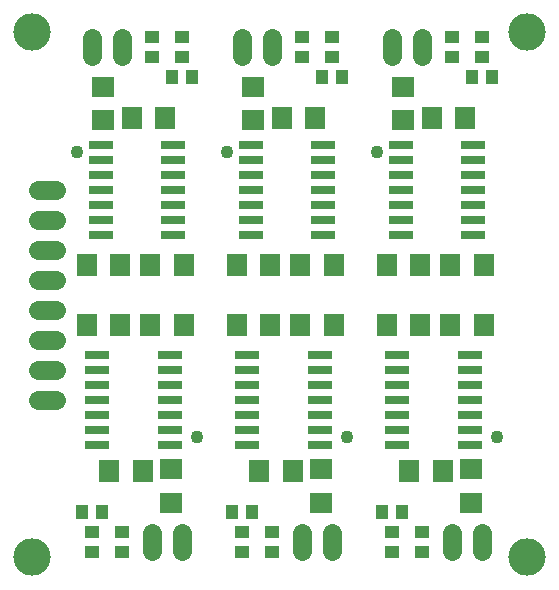
<source format=gbr>
G04 EAGLE Gerber X2 export*
%TF.Part,Single*%
%TF.FileFunction,Soldermask,Top,1*%
%TF.FilePolarity,Negative*%
%TF.GenerationSoftware,Autodesk,EAGLE,9.1.0*%
%TF.CreationDate,2018-12-10T23:06:03Z*%
G75*
%MOMM*%
%FSLAX34Y34*%
%LPD*%
%AMOC8*
5,1,8,0,0,1.08239X$1,22.5*%
G01*
%ADD10C,3.175000*%
%ADD11C,1.627000*%
%ADD12R,2.159000X0.787400*%
%ADD13R,1.727000X1.930000*%
%ADD14R,1.930000X1.727000*%
%ADD15R,1.127000X1.227000*%
%ADD16R,1.227000X1.127000*%
%ADD17C,1.102000*%


D10*
X38100Y482600D03*
X457200Y482600D03*
X457200Y38100D03*
X38100Y38100D03*
D11*
X139700Y43300D02*
X139700Y58300D01*
X165100Y58300D02*
X165100Y43300D01*
D12*
X93091Y209550D03*
X154559Y209550D03*
X93091Y196850D03*
X93091Y184150D03*
X154559Y196850D03*
X154559Y184150D03*
X93091Y171450D03*
X154559Y171450D03*
X93091Y158750D03*
X93091Y146050D03*
X154559Y158750D03*
X154559Y146050D03*
X93091Y133350D03*
X154559Y133350D03*
D13*
X166620Y234950D03*
X138180Y234950D03*
D14*
X155575Y112645D03*
X155575Y84205D03*
D13*
X112645Y234950D03*
X84205Y234950D03*
X131695Y111125D03*
X103255Y111125D03*
D15*
X80400Y76200D03*
X97400Y76200D03*
D16*
X88900Y59300D03*
X88900Y42300D03*
X114300Y59300D03*
X114300Y42300D03*
D11*
X58300Y349250D02*
X43300Y349250D01*
X43300Y323850D02*
X58300Y323850D01*
X58300Y298450D02*
X43300Y298450D01*
X43300Y273050D02*
X58300Y273050D01*
X58300Y247650D02*
X43300Y247650D01*
X43300Y222250D02*
X58300Y222250D01*
X58300Y196850D02*
X43300Y196850D01*
X43300Y171450D02*
X58300Y171450D01*
D12*
X220091Y209550D03*
X281559Y209550D03*
X220091Y196850D03*
X220091Y184150D03*
X281559Y196850D03*
X281559Y184150D03*
X220091Y171450D03*
X281559Y171450D03*
X220091Y158750D03*
X220091Y146050D03*
X281559Y158750D03*
X281559Y146050D03*
X220091Y133350D03*
X281559Y133350D03*
D13*
X293620Y234950D03*
X265180Y234950D03*
D14*
X282575Y112645D03*
X282575Y84205D03*
D13*
X239645Y234950D03*
X211205Y234950D03*
X258695Y111125D03*
X230255Y111125D03*
D15*
X207400Y76200D03*
X224400Y76200D03*
D16*
X215900Y59300D03*
X215900Y42300D03*
X241300Y59300D03*
X241300Y42300D03*
D11*
X266700Y43300D02*
X266700Y58300D01*
X292100Y58300D02*
X292100Y43300D01*
D12*
X347091Y209550D03*
X408559Y209550D03*
X347091Y196850D03*
X347091Y184150D03*
X408559Y196850D03*
X408559Y184150D03*
X347091Y171450D03*
X408559Y171450D03*
X347091Y158750D03*
X347091Y146050D03*
X408559Y158750D03*
X408559Y146050D03*
X347091Y133350D03*
X408559Y133350D03*
D13*
X420620Y234950D03*
X392180Y234950D03*
D14*
X409575Y112645D03*
X409575Y84205D03*
D13*
X366645Y234950D03*
X338205Y234950D03*
X385695Y111125D03*
X357255Y111125D03*
D15*
X334400Y76200D03*
X351400Y76200D03*
D16*
X342900Y59300D03*
X342900Y42300D03*
X368300Y59300D03*
X368300Y42300D03*
D11*
X393700Y43300D02*
X393700Y58300D01*
X419100Y58300D02*
X419100Y43300D01*
D12*
X411734Y311150D03*
X350266Y311150D03*
X411734Y323850D03*
X411734Y336550D03*
X350266Y323850D03*
X350266Y336550D03*
X411734Y349250D03*
X350266Y349250D03*
X411734Y361950D03*
X411734Y374650D03*
X350266Y361950D03*
X350266Y374650D03*
X411734Y387350D03*
X350266Y387350D03*
D13*
X338205Y285750D03*
X366645Y285750D03*
D14*
X352425Y408055D03*
X352425Y436495D03*
D13*
X392180Y285750D03*
X420620Y285750D03*
X376305Y409575D03*
X404745Y409575D03*
D15*
X427600Y444500D03*
X410600Y444500D03*
D16*
X419100Y461400D03*
X419100Y478400D03*
X393700Y461400D03*
X393700Y478400D03*
D11*
X368300Y477400D02*
X368300Y462400D01*
X342900Y462400D02*
X342900Y477400D01*
D12*
X284734Y311150D03*
X223266Y311150D03*
X284734Y323850D03*
X284734Y336550D03*
X223266Y323850D03*
X223266Y336550D03*
X284734Y349250D03*
X223266Y349250D03*
X284734Y361950D03*
X284734Y374650D03*
X223266Y361950D03*
X223266Y374650D03*
X284734Y387350D03*
X223266Y387350D03*
D13*
X211205Y285750D03*
X239645Y285750D03*
D14*
X225425Y408055D03*
X225425Y436495D03*
D13*
X265180Y285750D03*
X293620Y285750D03*
X249305Y409575D03*
X277745Y409575D03*
D15*
X300600Y444500D03*
X283600Y444500D03*
D16*
X292100Y461400D03*
X292100Y478400D03*
X266700Y461400D03*
X266700Y478400D03*
D11*
X241300Y477400D02*
X241300Y462400D01*
X215900Y462400D02*
X215900Y477400D01*
D12*
X157734Y311150D03*
X96266Y311150D03*
X157734Y323850D03*
X157734Y336550D03*
X96266Y323850D03*
X96266Y336550D03*
X157734Y349250D03*
X96266Y349250D03*
X157734Y361950D03*
X157734Y374650D03*
X96266Y361950D03*
X96266Y374650D03*
X157734Y387350D03*
X96266Y387350D03*
D13*
X84205Y285750D03*
X112645Y285750D03*
D14*
X98425Y408055D03*
X98425Y436495D03*
D13*
X138180Y285750D03*
X166620Y285750D03*
X122305Y409575D03*
X150745Y409575D03*
D15*
X173600Y444500D03*
X156600Y444500D03*
D16*
X165100Y461400D03*
X165100Y478400D03*
X139700Y461400D03*
X139700Y478400D03*
D11*
X114300Y477400D02*
X114300Y462400D01*
X88900Y462400D02*
X88900Y477400D01*
D17*
X177800Y139700D03*
X304800Y139700D03*
X431800Y139700D03*
X330200Y381000D03*
X203200Y381000D03*
X76200Y381000D03*
M02*

</source>
